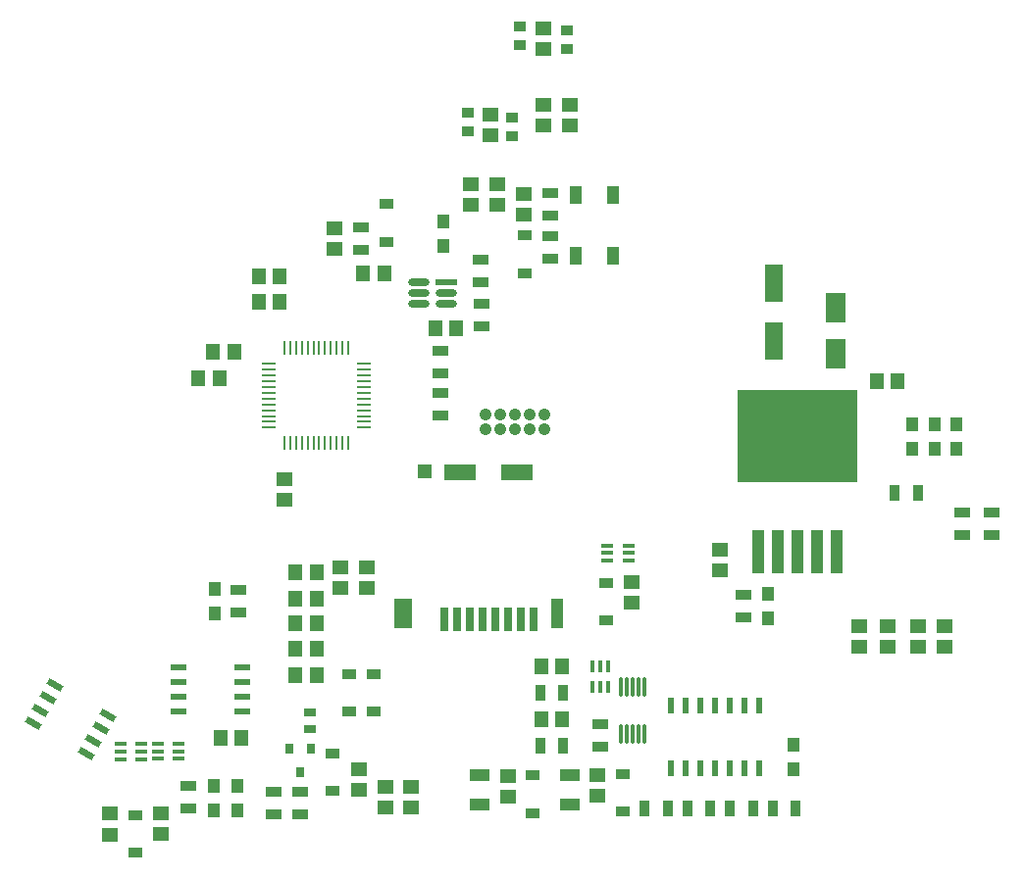
<source format=gbp>
G04*
G04 #@! TF.GenerationSoftware,Altium Limited,Altium Designer,22.1.2 (22)*
G04*
G04 Layer_Color=128*
%FSLAX25Y25*%
%MOIN*%
G70*
G04*
G04 #@! TF.SameCoordinates,8C121C91-0C0E-4A63-ABDB-05F36A63E408*
G04*
G04*
G04 #@! TF.FilePolarity,Positive*
G04*
G01*
G75*
%ADD20R,0.01575X0.03937*%
%ADD21R,0.03937X0.01575*%
%ADD22R,0.05709X0.04528*%
%ADD23R,0.04528X0.05709*%
%ADD24R,0.03937X0.02953*%
%ADD25R,0.05709X0.03740*%
%ADD27R,0.03740X0.05709*%
%ADD90C,0.04134*%
G04:AMPARAMS|DCode=113|XSize=54.78mil|YSize=21.97mil|CornerRadius=0mil|HoleSize=0mil|Usage=FLASHONLY|Rotation=330.000|XOffset=0mil|YOffset=0mil|HoleType=Round|Shape=Rectangle|*
%AMROTATEDRECTD113*
4,1,4,-0.02921,0.00418,-0.01823,0.02321,0.02921,-0.00418,0.01823,-0.02321,-0.02921,0.00418,0.0*
%
%ADD113ROTATEDRECTD113*%

%ADD114R,0.04803X0.03583*%
%ADD115R,0.03937X0.06102*%
%ADD116R,0.04331X0.04724*%
%ADD117R,0.03937X0.03740*%
%ADD118R,0.07087X0.04134*%
%ADD119R,0.02200X0.05750*%
%ADD120O,0.01181X0.06693*%
%ADD121R,0.03150X0.03543*%
%ADD122R,0.05700X0.02200*%
%ADD123O,0.00984X0.04724*%
%ADD124O,0.04724X0.00984*%
%ADD125R,0.07301X0.02410*%
G04:AMPARAMS|DCode=126|XSize=73.01mil|YSize=24.1mil|CornerRadius=12.05mil|HoleSize=0mil|Usage=FLASHONLY|Rotation=180.000|XOffset=0mil|YOffset=0mil|HoleType=Round|Shape=RoundedRectangle|*
%AMROUNDEDRECTD126*
21,1,0.07301,0.00000,0,0,180.0*
21,1,0.04891,0.02410,0,0,180.0*
1,1,0.02410,-0.02445,0.00000*
1,1,0.02410,0.02445,0.00000*
1,1,0.02410,0.02445,0.00000*
1,1,0.02410,-0.02445,0.00000*
%
%ADD126ROUNDEDRECTD126*%
%ADD127R,0.06693X0.09843*%
%ADD128R,0.06299X0.12598*%
%ADD129R,0.40551X0.31496*%
%ADD130R,0.03937X0.14567*%
%ADD132R,0.04724X0.04724*%
%ADD133R,0.10630X0.05512*%
%ADD134R,0.05906X0.10236*%
%ADD135R,0.03937X0.10236*%
%ADD136R,0.02756X0.07874*%
D20*
X228059Y102413D02*
D03*
X225500D02*
D03*
X222941D02*
D03*
X228059Y109500D02*
D03*
X225500D02*
D03*
X222941D02*
D03*
D21*
X62413Y77941D02*
D03*
Y80500D02*
D03*
Y83059D02*
D03*
X69500Y77941D02*
D03*
Y80500D02*
D03*
Y83059D02*
D03*
X82087Y80559D02*
D03*
Y83118D02*
D03*
Y78000D02*
D03*
X75000Y83118D02*
D03*
Y80559D02*
D03*
Y78000D02*
D03*
X235000Y150559D02*
D03*
Y148000D02*
D03*
Y145441D02*
D03*
X227913Y150559D02*
D03*
Y148000D02*
D03*
Y145441D02*
D03*
D22*
X76083Y52362D02*
D03*
Y59449D02*
D03*
X58957Y59350D02*
D03*
Y52264D02*
D03*
X206000Y319457D02*
D03*
Y326543D02*
D03*
Y293457D02*
D03*
Y300543D02*
D03*
X215000Y293457D02*
D03*
Y300543D02*
D03*
X188000Y289957D02*
D03*
Y297043D02*
D03*
X181500Y266457D02*
D03*
Y273543D02*
D03*
X190500Y266457D02*
D03*
Y273543D02*
D03*
X224500Y65457D02*
D03*
Y72543D02*
D03*
X194000Y72043D02*
D03*
Y64957D02*
D03*
X161000Y68543D02*
D03*
Y61457D02*
D03*
X152500Y68543D02*
D03*
Y61457D02*
D03*
X137000Y143043D02*
D03*
Y135957D02*
D03*
X146000Y143043D02*
D03*
Y135957D02*
D03*
X143500Y74543D02*
D03*
Y67457D02*
D03*
X236000Y130957D02*
D03*
Y138043D02*
D03*
X118000Y165957D02*
D03*
Y173043D02*
D03*
X135000Y258543D02*
D03*
Y251457D02*
D03*
X266000Y141957D02*
D03*
Y149043D02*
D03*
X199508Y270276D02*
D03*
Y263189D02*
D03*
X333500Y115957D02*
D03*
Y123043D02*
D03*
X313500Y115957D02*
D03*
Y123043D02*
D03*
X323000Y115957D02*
D03*
Y123043D02*
D03*
X342500Y115957D02*
D03*
Y123043D02*
D03*
D23*
X205457Y109500D02*
D03*
X212543D02*
D03*
X205457Y91500D02*
D03*
X212543D02*
D03*
X103543Y85000D02*
D03*
X96457D02*
D03*
X129043Y141500D02*
D03*
X121957D02*
D03*
X129043Y132500D02*
D03*
X121957D02*
D03*
X129043Y124000D02*
D03*
X121957D02*
D03*
X129043Y115500D02*
D03*
X121957D02*
D03*
Y106500D02*
D03*
X129043D02*
D03*
X88957Y207500D02*
D03*
X96043D02*
D03*
X93996Y216535D02*
D03*
X101083D02*
D03*
X176543Y224500D02*
D03*
X169457D02*
D03*
X144957Y243000D02*
D03*
X152043D02*
D03*
X326543Y206500D02*
D03*
X319457D02*
D03*
X109457Y242000D02*
D03*
X116543D02*
D03*
X109457Y233500D02*
D03*
X116543D02*
D03*
D24*
X126969Y93898D02*
D03*
Y87992D02*
D03*
D25*
X184941Y240059D02*
D03*
X114500Y59161D02*
D03*
Y66839D02*
D03*
X123500Y59161D02*
D03*
Y66839D02*
D03*
X144000Y258839D02*
D03*
Y251161D02*
D03*
X348500Y154161D02*
D03*
Y161839D02*
D03*
X85500Y61161D02*
D03*
Y68839D02*
D03*
X225500Y82161D02*
D03*
Y89839D02*
D03*
X102500Y127661D02*
D03*
Y135339D02*
D03*
X185039Y225197D02*
D03*
Y232874D02*
D03*
X208563Y270571D02*
D03*
Y262894D02*
D03*
Y255807D02*
D03*
Y248130D02*
D03*
X184941Y247736D02*
D03*
X274000Y133839D02*
D03*
Y126161D02*
D03*
X171000Y202339D02*
D03*
Y194661D02*
D03*
Y209161D02*
D03*
Y216839D02*
D03*
X358500Y154161D02*
D03*
Y161839D02*
D03*
D27*
X269661Y61000D02*
D03*
X277339D02*
D03*
X284161D02*
D03*
X291839D02*
D03*
X240661D02*
D03*
X248339D02*
D03*
X255161D02*
D03*
X262839D02*
D03*
X325661Y168500D02*
D03*
X333339D02*
D03*
X205161Y82500D02*
D03*
X212839D02*
D03*
Y100500D02*
D03*
X205161D02*
D03*
D90*
X186500Y195000D02*
D03*
Y190000D02*
D03*
X191500Y195000D02*
D03*
Y190000D02*
D03*
X196500Y195000D02*
D03*
Y190000D02*
D03*
X201500Y195000D02*
D03*
Y190000D02*
D03*
X206500Y195000D02*
D03*
Y190000D02*
D03*
D113*
X32710Y90224D02*
D03*
X35210Y94554D02*
D03*
X37710Y98885D02*
D03*
X40210Y103215D02*
D03*
X58290Y92776D02*
D03*
X55790Y88446D02*
D03*
X53290Y84115D02*
D03*
X50790Y79785D02*
D03*
D114*
X67520Y58898D02*
D03*
Y46024D02*
D03*
X233000Y72937D02*
D03*
Y60063D02*
D03*
X202500Y72437D02*
D03*
Y59563D02*
D03*
X140000Y94063D02*
D03*
Y106937D02*
D03*
X148500D02*
D03*
Y94063D02*
D03*
X134500Y79937D02*
D03*
Y67063D02*
D03*
X227500Y137937D02*
D03*
Y125063D02*
D03*
X199803Y243268D02*
D03*
Y256142D02*
D03*
X152756Y253898D02*
D03*
Y266772D02*
D03*
D115*
X229921Y249213D02*
D03*
Y269882D02*
D03*
X217323Y249213D02*
D03*
Y269882D02*
D03*
D116*
X94000Y60366D02*
D03*
Y68634D02*
D03*
X102000Y60366D02*
D03*
Y68634D02*
D03*
X172000Y260634D02*
D03*
Y252366D02*
D03*
X291000Y82634D02*
D03*
Y74366D02*
D03*
X94500Y135634D02*
D03*
Y127366D02*
D03*
X282500Y134134D02*
D03*
Y125866D02*
D03*
X331500Y191866D02*
D03*
Y183598D02*
D03*
X346500Y191866D02*
D03*
Y183598D02*
D03*
X339000Y191866D02*
D03*
Y183598D02*
D03*
D117*
X214000Y325650D02*
D03*
Y319350D02*
D03*
X198000Y327150D02*
D03*
Y320850D02*
D03*
X195500Y296150D02*
D03*
Y289850D02*
D03*
X180500Y291350D02*
D03*
Y297650D02*
D03*
D118*
X215000Y62480D02*
D03*
Y72520D02*
D03*
X184500D02*
D03*
Y62480D02*
D03*
D119*
X249500Y96225D02*
D03*
X254500D02*
D03*
X259500D02*
D03*
X264500D02*
D03*
X269500D02*
D03*
X274500D02*
D03*
X279500D02*
D03*
Y74775D02*
D03*
X274500D02*
D03*
X269500D02*
D03*
X264500D02*
D03*
X259500D02*
D03*
X254500D02*
D03*
X249500D02*
D03*
D120*
X232563Y102571D02*
D03*
X234531D02*
D03*
X236500D02*
D03*
X238469D02*
D03*
X240437D02*
D03*
X232563Y86429D02*
D03*
X234531D02*
D03*
X236500D02*
D03*
X238469D02*
D03*
X240437D02*
D03*
D121*
X123500Y73563D02*
D03*
X127240Y81437D02*
D03*
X119760D02*
D03*
D122*
X103750Y94000D02*
D03*
Y99000D02*
D03*
Y104000D02*
D03*
Y109000D02*
D03*
X82250D02*
D03*
Y104000D02*
D03*
Y99000D02*
D03*
Y94000D02*
D03*
D123*
X118173Y217642D02*
D03*
X120142D02*
D03*
X122110D02*
D03*
X124079D02*
D03*
X126047D02*
D03*
X128016D02*
D03*
X129984D02*
D03*
X131953D02*
D03*
X133921D02*
D03*
X135890D02*
D03*
X137858D02*
D03*
X139827D02*
D03*
Y185358D02*
D03*
X137858D02*
D03*
X135890D02*
D03*
X133921D02*
D03*
X131953D02*
D03*
X129984D02*
D03*
X128016D02*
D03*
X126047D02*
D03*
X124079D02*
D03*
X122110D02*
D03*
X120142D02*
D03*
X118173D02*
D03*
D124*
X145142Y212327D02*
D03*
Y210358D02*
D03*
Y208390D02*
D03*
Y206421D02*
D03*
Y204453D02*
D03*
Y202484D02*
D03*
Y200516D02*
D03*
Y198547D02*
D03*
Y196579D02*
D03*
Y194610D02*
D03*
Y192642D02*
D03*
Y190673D02*
D03*
X112858D02*
D03*
Y192642D02*
D03*
Y194610D02*
D03*
Y196579D02*
D03*
Y198547D02*
D03*
Y200516D02*
D03*
Y202484D02*
D03*
Y204453D02*
D03*
Y206421D02*
D03*
Y208390D02*
D03*
Y210358D02*
D03*
Y212327D02*
D03*
D125*
X173029Y240240D02*
D03*
D126*
Y236500D02*
D03*
Y232760D02*
D03*
X163971D02*
D03*
Y236500D02*
D03*
Y240240D02*
D03*
D127*
X305500Y215626D02*
D03*
Y231374D02*
D03*
D128*
X284500Y239843D02*
D03*
Y220158D02*
D03*
D129*
X292500Y187685D02*
D03*
D130*
X279114Y148315D02*
D03*
X285807D02*
D03*
X292500D02*
D03*
X299193D02*
D03*
X305886D02*
D03*
D132*
X165905Y175894D02*
D03*
D133*
X197205Y175500D02*
D03*
X177913D02*
D03*
D134*
X158425Y127469D02*
D03*
D135*
X210984D02*
D03*
D136*
X172402Y125500D02*
D03*
X176732D02*
D03*
X181063D02*
D03*
X185394D02*
D03*
X189724D02*
D03*
X194055D02*
D03*
X198386D02*
D03*
X202716D02*
D03*
M02*

</source>
